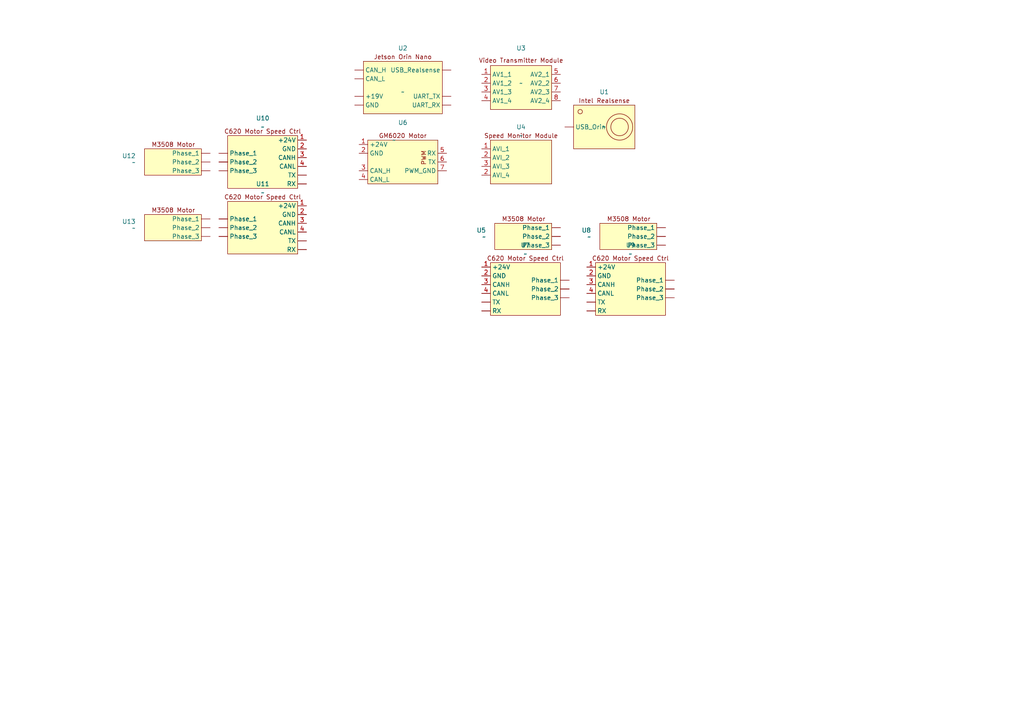
<source format=kicad_sch>
(kicad_sch (version 20231120) (generator "eeschema") (generator_version "8.0")
  (paper "A4")
  (lib_symbols
    (symbol "Robomaster_Library:C620 Motor Speed Controller"
      (property "Reference" "U" (at 0 -0.254 0))
      (symbol "C620 Motor Speed Controller_1_1"
        (rectangle (start -10.16 7.62) (end 10.16 -7.62) (fill (type background)))
        (text "C620 Motor Speed Ctrl" (at 0 8.89 0) (effects (font (size 1.27 1.27))))
        (pin power_out line (at 12.7 2.54 180) (length 2.54) (name "Phase_1") (number ""))
        (pin power_out line (at 12.7 0 180) (length 2.54) (name "Phase_2") (number ""))
        (pin power_out line (at 12.7 -2.54 180) (length 2.54) (name "Phase_3") (number ""))
        (pin input line (at -12.7 -6.35 0) (length 2.54) (name "RX") (number ""))
        (pin output line (at -12.7 -3.81 0) (length 2.54) (name "TX") (number ""))
        (pin power_in line (at -12.7 6.35 0) (length 2.54) (name "+24V") (number "1"))
        (pin power_in line (at -12.7 3.81 0) (length 2.54) (name "GND") (number "2"))
        (pin bidirectional line (at -12.7 1.27 0) (length 2.54) (name "CANH") (number "3"))
        (pin bidirectional line (at -12.7 -1.27 0) (length 2.54) (name "CANL") (number "4"))
      )
    )
    (symbol "Robomaster_Library:GM6020"
      (property "Reference" "U" (at 0 11.43 0))
      (symbol "GM6020_1_1"
        (rectangle (start -10.16 6.35) (end 10.16 -6.35) (fill (type background)))
        (text "GM6020 Motor" (at 0 7.62 0) (effects (font (size 1.27 1.27))))
        (text "PWM\n" (at 6.096 1.27 900) (effects (font (size 1.27 1.27))))
        (pin power_in line (at -12.7 5.08 0) (length 2.54) (name "+24V") (number "1"))
        (pin power_in line (at -12.7 2.54 0) (length 2.54) (name "GND") (number "2"))
        (pin input line (at -12.7 -2.54 0) (length 2.54) (name "CAN_H") (number "3"))
        (pin input line (at -12.7 -5.08 0) (length 2.54) (name "CAN_L") (number "4"))
        (pin input line (at 12.7 2.54 180) (length 2.54) (name "RX") (number "5"))
        (pin output line (at 12.7 0 180) (length 2.54) (name "TX") (number "6"))
        (pin bidirectional line (at 12.7 -2.54 180) (length 2.54) (name "PWM_GND") (number "7"))
      )
    )
    (symbol "Robomaster_Library:Intel_Realsense"
      (property "Reference" "U" (at 0 10.16 0))
      (symbol "Intel_Realsense_0_1"
        (circle (center -6.985 4.445) (radius 0.635))
        (circle (center 4.445 0) (radius 2.54))
        (circle (center 4.445 0) (radius 3.81))
      )
      (symbol "Intel_Realsense_1_1"
        (rectangle (start -8.89 6.35) (end 8.89 -6.35) (fill (type background)))
        (text "Intel Realsense\n" (at 0 7.62 0) (effects (font (size 1.27 1.27))))
        (pin input line (at -11.43 0 0) (length 2.54) (name "USB_Orin") (number ""))
      )
    )
    (symbol "Robomaster_Library:Jetson_Orin_Nano"
      (property "Reference" "U" (at 0 11.43 0))
      (symbol "Jetson_Orin_Nano_1_0"
        (polyline (pts (xy 2.7385 0.2046) (xy 2.7385 1.4111) (xy 2.3956 1.4111) (xy 2.0527 1.4111) (xy 2.0527 0.2046) (xy 2.0527 -1.0019) (xy 2.3956 -1.0019) (xy 2.7385 -1.0019) (xy 2.7385 0.2046)) (stroke (width -0.0001)) (fill (type color) (color 118 185 0 1)))
        (polyline (pts (xy 6.4407 0.1983) (xy 6.4342 1.3984) (xy 6.0976 1.4055) (xy 5.7611 1.4126) (xy 5.7611 0.2054) (xy 5.7611 -1.0019) (xy 6.1042 -1.0019) (xy 6.4473 -1.0019) (xy 6.4407 0.1983)) (stroke (width -0.0001)) (fill (type color) (color 118 185 0 1)))
        (polyline (pts (xy 9.8156 -0.9639) (xy 9.8256 -0.9193) (xy 9.8262 -0.8622) (xy 9.8747 -0.9253) (xy 9.8774 -0.9287) (xy 9.9158 -0.965) (xy 9.9423 -0.9693) (xy 9.9478 -0.9557) (xy 9.9319 -0.9208) (xy 9.9167 -0.8979) (xy 9.9301 -0.858) (xy 9.9366 -0.8493) (xy 9.9474 -0.8001) (xy 9.9164 -0.7627) (xy 9.8512 -0.7479) (xy 9.8218 -0.7485) (xy 9.7892 -0.7586) (xy 9.7764 -0.7919) (xy 9.7756 -0.818) (xy 9.8361 -0.818) (xy 9.8457 -0.8067) (xy 9.8604 -0.8026) (xy 9.8944 -0.8087) (xy 9.894 -0.8174) (xy 9.861 -0.822) (xy 9.8361 -0.818) (xy 9.7756 -0.818) (xy 9.7743 -0.8622) (xy 9.7754 -0.8963) (xy 9.7845 -0.9537) (xy 9.7997 -0.9765) (xy 9.8156 -0.9639)) (stroke (width -0.0001)) (fill (type color) (color 118 185 0 1)))
        (polyline (pts (xy 9.92 -1.0581) (xy 9.9994 -1.0126) (xy 10.0569 -0.9427) (xy 10.0791 -0.8566) (xy 10.0741 -0.8103) (xy 10.0347 -0.7278) (xy 9.9663 -0.6714) (xy 9.8811 -0.6461) (xy 9.7914 -0.6569) (xy 9.7096 -0.7086) (xy 9.7032 -0.7153) (xy 9.6533 -0.8013) (xy 9.652 -0.8222) (xy 9.705 -0.8222) (xy 9.7498 -0.7526) (xy 9.7977 -0.7136) (xy 9.8675 -0.7007) (xy 9.9464 -0.7366) (xy 9.9879 -0.7866) (xy 10.0019 -0.8659) (xy 9.9766 -0.9527) (xy 9.9313 -0.9918) (xy 9.863 -1.0037) (xy 9.7918 -0.9881) (xy 9.7376 -0.9454) (xy 9.7078 -0.891) (xy 9.705 -0.8222) (xy 9.652 -0.8222) (xy 9.6477 -0.8943) (xy 9.6844 -0.9813) (xy 9.7616 -1.0498) (xy 9.8325 -1.0708) (xy 9.92 -1.0581)) (stroke (width -0.0001)) (fill (type color) (color 118 185 0 1)))
        (polyline (pts (xy -7.62 -0.635) (xy -7.6032 -0.5992) (xy -7.5993 -0.5344) (xy -7.6003 -0.4887) (xy -7.6113 -0.4373) (xy -7.644 -0.3998) (xy -7.7102 -0.3575) (xy -7.7647 -0.3214) (xy -7.8544 -0.2508) (xy -7.9368 -0.1752) (xy -7.9946 -0.108) (xy -8.0614 -0.0152) (xy -8.1261 0.087) (xy -8.1813 0.1863) (xy -8.2199 0.2704) (xy -8.2343 0.3269) (xy -8.2343 0.3279) (xy -8.211 0.3748) (xy -8.151 0.4319) (xy -8.0652 0.4929) (xy -7.9644 0.5514) (xy -7.8597 0.6012) (xy -7.7619 0.6358) (xy -7.6819 0.6489) (xy -7.6385 0.6505) (xy -7.6111 0.6635) (xy -7.6009 0.701) (xy -7.5993 0.7761) (xy -7.6002 0.8394) (xy -7.608 0.8836) (xy -7.6308 0.9004) (xy -7.6764 0.9031) (xy -7.7402 0.897) (xy -7.8652 0.8654) (xy -8.0111 0.812) (xy -8.1663 0.7421) (xy -8.3189 0.6612) (xy -8.4573 0.5749) (xy -8.5696 0.4884) (xy -8.689 0.3824) (xy -8.6239 0.2305) (xy -8.5831 0.1421) (xy -8.4403 -0.0949) (xy -8.2649 -0.2977) (xy -8.061 -0.4621) (xy -7.8324 -0.5842) (xy -7.8303 -0.5851) (xy -7.7254 -0.6262) (xy -7.6581 -0.6434) (xy -7.62 -0.635)) (stroke (width -0.0001)) (fill (type color) (color 118 185 0 1)))
        (polyline (pts (xy -0.8737 -0.1454) (xy -0.8754 0.0319) (xy -0.8776 0.23) (xy -0.8801 0.3876) (xy -0.8834 0.5107) (xy -0.8879 0.6052) (xy -0.8939 0.6771) (xy -0.9018 0.7322) (xy -0.912 0.7765) (xy -0.925 0.8159) (xy -0.9411 0.8563) (xy -0.9601 0.898) (xy -1.0539 1.0435) (xy -1.1765 1.1717) (xy -1.3128 1.2657) (xy -1.3811 1.2986) (xy -1.4503 1.3257) (xy -1.5263 1.3473) (xy -1.6152 1.3642) (xy -1.7234 1.3771) (xy -1.8571 1.3868) (xy -2.0228 1.3941) (xy -2.2266 1.3996) (xy -2.4749 1.4041) (xy -3.2559 1.4165) (xy -3.2559 0.2073) (xy -3.2559 -1.0019) (xy -2.913 -1.0019) (xy -2.5701 -1.0019) (xy -2.5701 -0.0875) (xy -2.5701 0.8269) (xy -2.2463 0.8264) (xy -2.1548 0.8257) (xy -2.0321 0.8219) (xy -1.9425 0.8136) (xy -1.8749 0.7995) (xy -1.8182 0.7785) (xy -1.7738 0.7573) (xy -1.7076 0.7185) (xy -1.6544 0.6727) (xy -1.6127 0.6144) (xy -1.5809 0.5382) (xy -1.5575 0.4385) (xy -1.5411 0.3099) (xy -1.5301 0.1469) (xy -1.5229 -0.0559) (xy -1.5181 -0.304) (xy -1.5078 -0.9892) (xy -1.1868 -0.9963) (xy -0.8658 -1.0034) (xy -0.8737 -0.1454)) (stroke (width -0.0001)) (fill (type color) (color 118 185 0 1)))
        (polyline (pts (xy -7.6044 -1.1244) (xy -7.612 -0.9929) (xy -7.7583 -0.9598) (xy -7.8647 -0.9313) (xy -8.1135 -0.8287) (xy -8.3491 -0.6809) (xy -8.5677 -0.4917) (xy -8.7655 -0.2647) (xy -8.9386 -0.0033) (xy -9.0832 0.2886) (xy -9.1432 0.4308) (xy -9.0436 0.5488) (xy -8.906 0.6907) (xy -8.7265 0.8369) (xy -8.525 0.9702) (xy -8.3122 1.085) (xy -8.0983 1.1757) (xy -7.8939 1.2369) (xy -7.7093 1.2628) (xy -7.5993 1.267) (xy -7.5993 1.398) (xy -7.5993 1.5291) (xy -7.769 1.5086) (xy -7.826 1.5006) (xy -8.0571 1.4473) (xy -8.311 1.3602) (xy -8.5794 1.243) (xy -8.8538 1.099) (xy -9.126 0.9319) (xy -9.1413 0.9218) (xy -9.2802 0.8252) (xy -9.408 0.729) (xy -9.5184 0.6387) (xy -9.6052 0.5597) (xy -9.6618 0.4972) (xy -9.6821 0.4569) (xy -9.6785 0.4348) (xy -9.652 0.3646) (xy -9.6045 0.2667) (xy -9.5412 0.1503) (xy -9.4674 0.0246) (xy -9.3885 -0.1012) (xy -9.3098 -0.2178) (xy -9.2365 -0.3161) (xy -9.1308 -0.4418) (xy -8.8741 -0.698) (xy -8.598 -0.9082) (xy -8.3006 -1.0734) (xy -7.9803 -1.195) (xy -7.9722 -1.1974) (xy -7.8655 -1.2255) (xy -7.7656 -1.2458) (xy -7.6933 -1.2541) (xy -7.5967 -1.2559) (xy -7.6044 -1.1244)) (stroke (width -0.0001)) (fill (type color) (color 118 185 0 1)))
        (polyline (pts (xy 3.9005 -0.9961) (xy 4.0325 -0.9943) (xy 4.2254 -0.9912) (xy 4.3781 -0.9876) (xy 4.4973 -0.9832) (xy 4.5897 -0.9773) (xy 4.6619 -0.9696) (xy 4.7208 -0.9595) (xy 4.773 -0.9465) (xy 4.8251 -0.9303) (xy 4.9105 -0.8969) (xy 5.0845 -0.7915) (xy 5.2277 -0.6492) (xy 5.3334 -0.4761) (xy 5.3925 -0.3039) (xy 5.4319 -0.0927) (xy 5.4478 0.1359) (xy 5.44 0.3675) (xy 5.4083 0.5879) (xy 5.3525 0.7829) (xy 5.3065 0.8824) (xy 5.1894 1.0471) (xy 5.0354 1.1841) (xy 4.8513 1.2881) (xy 4.6435 1.3538) (xy 4.6226 1.3575) (xy 4.5281 1.3687) (xy 4.3925 1.3793) (xy 4.223 1.3888) (xy 4.027 1.3969) (xy 3.8116 1.403) (xy 3.1449 1.4183) (xy 3.1449 0.2062) (xy 3.1449 -0.4685) (xy 3.8053 -0.4685) (xy 3.8053 0.2046) (xy 3.8053 0.8777) (xy 4.0029 0.8777) (xy 4.0833 0.876) (xy 4.296 0.8505) (xy 4.4687 0.7942) (xy 4.6022 0.7069) (xy 4.6968 0.5883) (xy 4.7364 0.4885) (xy 4.7651 0.3521) (xy 4.7788 0.202) (xy 4.7757 0.0567) (xy 4.7543 -0.0656) (xy 4.7442 -0.0964) (xy 4.6688 -0.2375) (xy 4.5589 -0.3502) (xy 4.4235 -0.4246) (xy 4.3575 -0.4435) (xy 4.2253 -0.4625) (xy 4.0529 -0.4686) (xy 3.8053 -0.4685) (xy 3.1449 -0.4685) (xy 3.1449 -1.0058) (xy 3.9005 -0.9961)) (stroke (width -0.0001)) (fill (type color) (color 118 185 0 1)))
        (polyline (pts (xy -7.2215 -0.4308) (xy -7.0618 -0.3947) (xy -6.9316 -0.3508) (xy -6.7646 -0.2717) (xy -6.5981 -0.1642) (xy -6.424 -0.0229) (xy -6.2341 0.1577) (xy -6.1722 0.2206) (xy -6.0834 0.3128) (xy -6.0124 0.3889) (xy -5.9654 0.4423) (xy -5.9483 0.4666) (xy -5.9526 0.4773) (xy -5.9866 0.5201) (xy -6.0477 0.5837) (xy -6.1276 0.6606) (xy -6.2179 0.7431) (xy -6.3105 0.8236) (xy -6.3969 0.8943) (xy -6.469 0.9477) (xy -6.6366 1.0493) (xy -6.8927 1.1638) (xy -7.1534 1.2346) (xy -7.4104 1.2587) (xy -7.5739 1.2587) (xy -7.5739 1.1063) (xy -7.5739 0.9539) (xy -7.4115 0.9539) (xy -7.3419 0.9509) (xy -7.1606 0.9215) (xy -6.9752 0.8658) (xy -6.8087 0.7901) (xy -6.7997 0.785) (xy -6.72 0.7328) (xy -6.6369 0.6686) (xy -6.5593 0.6009) (xy -6.4963 0.5378) (xy -6.4567 0.4876) (xy -6.4495 0.4586) (xy -6.4764 0.4295) (xy -6.5352 0.376) (xy -6.6122 0.3113) (xy -6.698 0.2427) (xy -6.7831 0.1778) (xy -6.8581 0.1238) (xy -6.9133 0.0881) (xy -6.9395 0.078) (xy -6.9459 0.0833) (xy -6.9769 0.1246) (xy -7.0129 0.1873) (xy -7.0498 0.2494) (xy -7.1192 0.3434) (xy -7.1992 0.4353) (xy -7.2775 0.5112) (xy -7.3419 0.5575) (xy -7.4093 0.5845) (xy -7.4914 0.6068) (xy -7.5739 0.6225) (xy -7.5739 0.1158) (xy -7.5739 -0.3908) (xy -7.4914 -0.4146) (xy -7.4817 -0.4174) (xy -7.3561 -0.4381) (xy -7.2215 -0.4308)) (stroke (width -0.0001)) (fill (type color) (color 118 185 0 1)))
        (polyline (pts (xy 7.4546 -0.7923) (xy 7.5295 -0.5828) (xy 8.086 -0.5828) (xy 8.6425 -0.5828) (xy 8.7121 -0.786) (xy 8.7816 -0.9892) (xy 9.1382 -0.9962) (xy 9.2843 -0.9975) (xy 9.3987 -0.9948) (xy 9.4702 -0.9882) (xy 9.4949 -0.978) (xy 9.4948 -0.9769) (xy 9.49 -0.9588) (xy 9.4768 -0.9205) (xy 9.4543 -0.8594) (xy 9.4213 -0.7728) (xy 9.3768 -0.6579) (xy 9.3198 -0.512) (xy 9.2492 -0.3325) (xy 9.1639 -0.1166) (xy 9.0628 0.1383) (xy 8.945 0.435) (xy 8.8094 0.7761) (xy 8.5619 1.3984) (xy 8.1082 1.3984) (xy 7.6545 1.3984) (xy 7.4989 1.0047) (xy 7.4862 0.9726) (xy 7.432 0.8354) (xy 7.3641 0.6638) (xy 7.2866 0.4677) (xy 7.2032 0.2568) (xy 7.118 0.0412) (xy 7.0449 -0.1437) (xy 7.6915 -0.1437) (xy 7.6984 -0.1195) (xy 7.7202 -0.0557) (xy 7.7534 0.0382) (xy 7.7949 0.1533) (xy 7.8412 0.2802) (xy 7.8891 0.41) (xy 7.9352 0.5336) (xy 7.9761 0.6417) (xy 8.0087 0.7253) (xy 8.0114 0.7321) (xy 8.0396 0.8085) (xy 8.06 0.8714) (xy 8.0685 0.8969) (xy 8.0918 0.9255) (xy 8.1171 0.9041) (xy 8.1433 0.8333) (xy 8.1657 0.7614) (xy 8.1995 0.6631) (xy 8.2373 0.5602) (xy 8.2597 0.5008) (xy 8.3047 0.3793) (xy 8.3548 0.2423) (xy 8.4027 0.1094) (xy 8.5004 -0.1637) (xy 8.0959 -0.1637) (xy 8.0069 -0.1632) (xy 7.8817 -0.1606) (xy 7.7817 -0.1562) (xy 7.7154 -0.1504) (xy 7.6915 -0.1437) (xy 7.0449 -0.1437) (xy 7.0348 -0.1692) (xy 6.9856 -0.294) (xy 6.9155 -0.4729) (xy 6.8532 -0.6334) (xy 6.801 -0.7697) (xy 6.7609 -0.876) (xy 6.7353 -0.9465) (xy 6.7263 -0.9757) (xy 6.7406 -0.9848) (xy 6.8014 -0.9941) (xy 6.9067 -0.9999) (xy 7.053 -1.0019) (xy 7.3797 -1.0019) (xy 7.4546 -0.7923)) (stroke (width -0.0001)) (fill (type color) (color 118 185 0 1)))
        (polyline (pts (xy 0.5096 -0.996) (xy 0.9939 -0.9892) (xy 1.1139 -0.6209) (xy 1.1461 -0.5216) (xy 1.1973 -0.3639) (xy 1.2574 -0.1783) (xy 1.3227 0.024) (xy 1.3898 0.2316) (xy 1.4548 0.4332) (xy 1.4581 0.4434) (xy 1.5177 0.6279) (xy 1.5746 0.8027) (xy 1.6261 0.9599) (xy 1.6697 1.092) (xy 1.7029 1.1911) (xy 1.7231 1.2496) (xy 1.7407 1.3031) (xy 1.7555 1.3652) (xy 1.7549 1.3956) (xy 1.7422 1.4004) (xy 1.6871 1.4067) (xy 1.6003 1.4103) (xy 1.4937 1.4115) (xy 1.379 1.4103) (xy 1.268 1.407) (xy 1.1725 1.4018) (xy 1.1042 1.3947) (xy 1.0749 1.386) (xy 1.0741 1.3846) (xy 1.0602 1.347) (xy 1.0359 1.2718) (xy 1.0045 1.1692) (xy 0.9692 1.0494) (xy 0.9342 0.9291) (xy 0.8916 0.7837) (xy 0.8524 0.6504) (xy 0.8218 0.5475) (xy 0.8098 0.5076) (xy 0.7768 0.3967) (xy 0.7355 0.2577) (xy 0.69 0.1044) (xy 0.6446 -0.0492) (xy 0.6147 -0.15) (xy 0.5779 -0.2726) (xy 0.5478 -0.371) (xy 0.5269 -0.437) (xy 0.5178 -0.4623) (xy 0.511 -0.4472) (xy 0.4923 -0.3905) (xy 0.4642 -0.2992) (xy 0.4291 -0.1809) (xy 0.3893 -0.0434) (xy 0.3613 0.0545) (xy 0.3175 0.2075) (xy 0.2771 0.349) (xy 0.2435 0.4665) (xy 0.2203 0.5475) (xy 0.1566 0.7711) (xy 0.0878 1.0154) (xy 0.0273 1.2333) (xy -0.0182 1.3984) (xy -0.3798 1.4055) (xy -0.4071 1.406) (xy -0.5457 1.4076) (xy -0.6416 1.406) (xy -0.7016 1.4009) (xy -0.7326 1.3915) (xy -0.7413 1.3776) (xy -0.7406 1.371) (xy -0.7285 1.3219) (xy -0.7042 1.2375) (xy -0.6704 1.1277) (xy -0.6302 1.0022) (xy -0.6117 0.9454) (xy -0.5588 0.7824) (xy -0.496 0.5882) (xy -0.427 0.3743) (xy -0.3553 0.1518) (xy -0.2847 -0.0677) (xy -0.2189 -0.273) (xy -0.1614 -0.4527) (xy -0.116 -0.5955) (xy -0.1146 -0.5999) (xy -0.0789 -0.7094) (xy -0.0433 -0.8151) (xy -0.0151 -0.8944) (xy 0.0253 -1.0029) (xy 0.5096 -0.996)) (stroke (width -0.0001)) (fill (type color) (color 118 185 0 1)))
        (polyline (pts (xy -4.0179 0.1665) (xy -4.0179 2.0461) (xy -5.7959 2.0461) (xy -7.5739 2.0461) (xy -7.5739 1.8048) (xy -7.5739 1.5635) (xy -7.3824 1.5635) (xy -7.2756 1.5594) (xy -7.0789 1.5365) (xy -6.8745 1.4971) (xy -6.6858 1.4452) (xy -6.5594 1.3969) (xy -6.3969 1.3228) (xy -6.2272 1.2354) (xy -6.0676 1.1437) (xy -5.9356 1.0569) (xy -5.8657 1.0032) (xy -5.7706 0.9238) (xy -5.6696 0.8343) (xy -5.5704 0.7419) (xy -5.4802 0.6536) (xy -5.4066 0.5767) (xy -5.3569 0.5183) (xy -5.3387 0.4854) (xy -5.3427 0.4752) (xy -5.376 0.4319) (xy -5.4372 0.3651) (xy -5.5194 0.2813) (xy -5.6154 0.1875) (xy -5.7185 0.0904) (xy -5.8214 -0.0032) (xy -5.9173 -0.0866) (xy -5.9991 -0.1531) (xy -6.2314 -0.3184) (xy -6.5192 -0.4847) (xy -6.8005 -0.6026) (xy -7.0773 -0.673) (xy -7.3517 -0.6966) (xy -7.5739 -0.6971) (xy -7.5739 -0.8396) (xy -7.5739 -0.9822) (xy -7.2247 -0.9699) (xy -7.1956 -0.9688) (xy -6.9329 -0.9471) (xy -6.6968 -0.903) (xy -6.4682 -0.8317) (xy -6.2277 -0.7286) (xy -6.2054 -0.7178) (xy -6.08 -0.652) (xy -5.9414 -0.5726) (xy -5.7993 -0.4859) (xy -5.6634 -0.398) (xy -5.5433 -0.3153) (xy -5.4488 -0.2438) (xy -5.3895 -0.1899) (xy -5.3663 -0.1668) (xy -5.3101 -0.1186) (xy -5.241 -0.064) (xy -5.1721 -0.013) (xy -5.1161 0.0248) (xy -5.0861 0.0395) (xy -5.0837 0.0393) (xy -5.0463 0.0239) (xy -4.9778 -0.011) (xy -4.8877 -0.06) (xy -4.7855 -0.1175) (xy -4.6807 -0.1782) (xy -4.5828 -0.2366) (xy -4.5011 -0.2871) (xy -4.4451 -0.3244) (xy -4.4243 -0.3429) (xy -4.426 -0.3469) (xy -4.4562 -0.3758) (xy -4.517 -0.4219) (xy -4.5987 -0.478) (xy -4.691 -0.5369) (xy -4.7927 -0.5956) (xy -4.9942 -0.6979) (xy -5.2248 -0.8016) (xy -5.4714 -0.901) (xy -5.7212 -0.9909) (xy -5.961 -1.0658) (xy -6.1685 -1.1209) (xy -6.4119 -1.1771) (xy -6.6545 -1.2248) (xy -6.8867 -1.2626) (xy -7.0992 -1.289) (xy -7.2823 -1.3024) (xy -7.4267 -1.3014) (xy -7.5739 -1.2907) (xy -7.5739 -1.5019) (xy -7.5739 -1.7131) (xy -5.7959 -1.7131) (xy -4.0179 -1.7131) (xy -4.0179 0.1665)) (stroke (width -0.0001)) (fill (type color) (color 118 185 0 1)))
      )
      (symbol "Jetson_Orin_Nano_1_1"
        (rectangle (start -11.43 7.62) (end 11.43 -7.62) (fill (type background)))
        (text "Jetson Orin Nano" (at 0 8.89 0) (effects (font (size 1.27 1.27))))
        (pin power_in line (at -13.97 -2.54 0) (length 2.54) (name "+19V") (number ""))
        (pin bidirectional line (at -13.97 5.08 0) (length 2.54) (name "CAN_H") (number ""))
        (pin bidirectional line (at -13.97 2.54 0) (length 2.54) (name "CAN_L") (number ""))
        (pin power_in line (at -13.97 -5.08 0) (length 2.54) (name "GND") (number ""))
        (pin input line (at 13.97 -5.08 180) (length 2.54) (name "UART_RX") (number ""))
        (pin output line (at 13.97 -2.54 180) (length 2.54) (name "UART_TX") (number ""))
        (pin output line (at 13.97 5.08 180) (length 2.54) (name "USB_Realsense") (number ""))
      )
    )
    (symbol "Robomaster_Library:M3508"
      (property "Reference" "U" (at 0.762 -1.27 0))
      (symbol "M3508_1_1"
        (rectangle (start -7.62 3.81) (end 8.89 -3.81) (fill (type background)))
        (text "M3508 Motor" (at 0.508 5.08 0) (effects (font (size 1.27 1.27))))
        (pin power_in line (at -10.16 2.54 0) (length 2.54) (name "Phase_1") (number ""))
        (pin power_in line (at -10.16 0 0) (length 2.54) (name "Phase_2") (number ""))
        (pin power_in line (at -10.16 -2.54 0) (length 2.54) (name "Phase_3") (number ""))
      )
    )
    (symbol "Robomaster_Library:SMM"
      (property "Reference" "U" (at 0 2.54 0))
      (symbol "SMM_1_1"
        (rectangle (start -8.89 -1.27) (end 8.89 -13.97) (fill (type background)))
        (text "Speed Monitor Module" (at 0 0 0) (effects (font (size 1.27 1.27))))
        (pin input line (at -11.43 -3.81 0) (length 2.54) (name "AVI_1") (number "1"))
        (pin input line (at -11.43 -6.35 0) (length 2.54) (name "AVI_2") (number "2"))
        (pin input line (at -11.43 -11.43 0) (length 2.54) (name "AVI_4") (number "2"))
        (pin input line (at -11.43 -8.89 0) (length 2.54) (name "AVI_3") (number "3"))
      )
    )
    (symbol "Robomaster_Library:VTM"
      (property "Reference" "U" (at 0 10.16 0))
      (symbol "VTM_1_1"
        (rectangle (start -8.89 6.35) (end 8.89 -6.35) (fill (type background)))
        (text "Video Transmitter Module" (at 0 7.874 0) (effects (font (size 1.27 1.27))))
        (pin input line (at -11.43 3.81 0) (length 2.54) (name "AV1_1") (number "1"))
        (pin input line (at -11.43 1.27 0) (length 2.54) (name "AV1_2") (number "2"))
        (pin input line (at -11.43 -1.27 0) (length 2.54) (name "AV1_3") (number "3"))
        (pin input line (at -11.43 -3.81 0) (length 2.54) (name "AV1_4") (number "4"))
        (pin input line (at 11.43 3.81 180) (length 2.54) (name "AV2_1") (number "5"))
        (pin input line (at 11.43 1.27 180) (length 2.54) (name "AV2_2") (number "6"))
        (pin input line (at 11.43 -1.27 180) (length 2.54) (name "AV2_3") (number "7"))
        (pin input line (at 11.43 -3.81 180) (length 2.54) (name "AV2_4") (number "8"))
      )
    )
  )
  (symbol (lib_name "Robomaster_Library:M3508") (lib_id "Robomaster_Library:M3508") (at 50.8 46.99 0) (mirror y) (unit 1)
    (property "Reference" "U12" (at 39.37 45.2091 0) (effects (justify left)))
    (property "Value" "~" (at 39.37 47.1142 0) (effects (justify left)))
  )
  (symbol (lib_name "Robomaster_Library:C620 Motor Speed Controller") (lib_id "Robomaster_Library:C620 Motor Speed Controller") (at 152.4 83.82 0) (unit 1)
    (property "Reference" "U7" (at 152.4 71.12 0))
    (property "Value" "~" (at 152.4 73.66 0))
  )
  (symbol (lib_name "Robomaster_Library:M3508") (lib_id "Robomaster_Library:M3508") (at 182.88 68.58 0) (mirror y) (unit 1)
    (property "Reference" "U8" (at 171.45 66.7991 0) (effects (justify left)))
    (property "Value" "~" (at 171.45 68.7042 0) (effects (justify left)))
  )
  (symbol (lib_id "Robomaster_Library:Intel_Realsense") (at 175.26 36.83 0) (unit 1)
    (property "Reference" "U1" (at 175.26 26.67 0))
    (property "Value" "~" (at 175.26 36.83 0))
  )
  (symbol (lib_id "Robomaster_Library:VTM") (at 151.13 25.4 0) (unit 1)
    (property "Reference" "U3" (at 151.13 13.97 0))
    (property "Value" "~" (at 151.13 24.13 0))
    (property "Datasheet" "https://rm-static.djicdn.com/tem/17348/RoboMaster%20VTM%20Transmitter%20VT02&12%20User%20Guide.pdf" (effects (hide yes)))
    (property "Description" "RoboMaster VTM Transmitter VT02. Has two Aviator cables coming out of it." (effects (hide yes)))
  )
  (symbol (lib_name "Robomaster_Library:C620 Motor Speed Controller") (lib_id "Robomaster_Library:C620 Motor Speed Controller") (at 182.88 83.82 0) (unit 1)
    (property "Reference" "U9" (at 182.88 71.12 0))
    (property "Value" "~" (at 182.88 73.66 0))
  )
  (symbol (lib_id "Robomaster_Library:GM6020") (at 116.84 46.99 0) (unit 1)
    (property "Reference" "U6" (at 116.84 35.56 0))
    (property "Value" "~" (at 114.3 40.64 0))
    (property "Datasheet" "https://rm-static.djicdn.com/tem/17348/RoboMaster%20GM6020%20Brushless%20DC%20Motor%20User%20Guide.pdf" (effects (hide yes)))
    (property "Description" "A brushless DC motor. Recieves 24V power and CAN to determine position and velocity." (effects (hide yes)))
  )
  (symbol (lib_id "Robomaster_Library:Jetson_Orin_Nano") (at 116.84 25.4 0) (unit 1)
    (property "Reference" "U2" (at 116.84 13.97 0))
    (property "Value" "~" (at 116.84 26.67 0))
  )
  (symbol (lib_name "Robomaster_Library:M3508") (lib_id "Robomaster_Library:M3508") (at 152.4 68.58 0) (mirror y) (unit 1)
    (property "Reference" "U5" (at 140.97 66.7991 0) (effects (justify left)))
    (property "Value" "~" (at 140.97 68.7042 0) (effects (justify left)))
  )
  (symbol (lib_name "Robomaster_Library:C620 Motor Speed Controller") (lib_id "Robomaster_Library:C620 Motor Speed Controller") (at 76.2 46.99 0) (mirror y) (unit 1)
    (property "Reference" "U10" (at 76.2 34.29 0))
    (property "Value" "~" (at 76.2 36.83 0))
  )
  (symbol (lib_name "Robomaster_Library:C620 Motor Speed Controller") (lib_id "Robomaster_Library:C620 Motor Speed Controller") (at 76.2 66.04 0) (mirror y) (unit 1)
    (property "Reference" "U11" (at 76.2 53.34 0))
    (property "Value" "~" (at 76.2 55.88 0))
  )
  (symbol (lib_id "Robomaster_Library:SMM") (at 151.13 39.37 0) (unit 1)
    (property "Reference" "U4" (at 151.13 36.83 0))
    (property "Value" "~" (at 151.13 39.37 0))
  )
  (symbol (lib_name "Robomaster_Library:M3508") (lib_id "Robomaster_Library:M3508") (at 50.8 66.04 0) (mirror y) (unit 1)
    (property "Reference" "U13" (at 39.37 64.2591 0) (effects (justify left)))
    (property "Value" "~" (at 39.37 66.1642 0) (effects (justify left)))
  )
)
</source>
